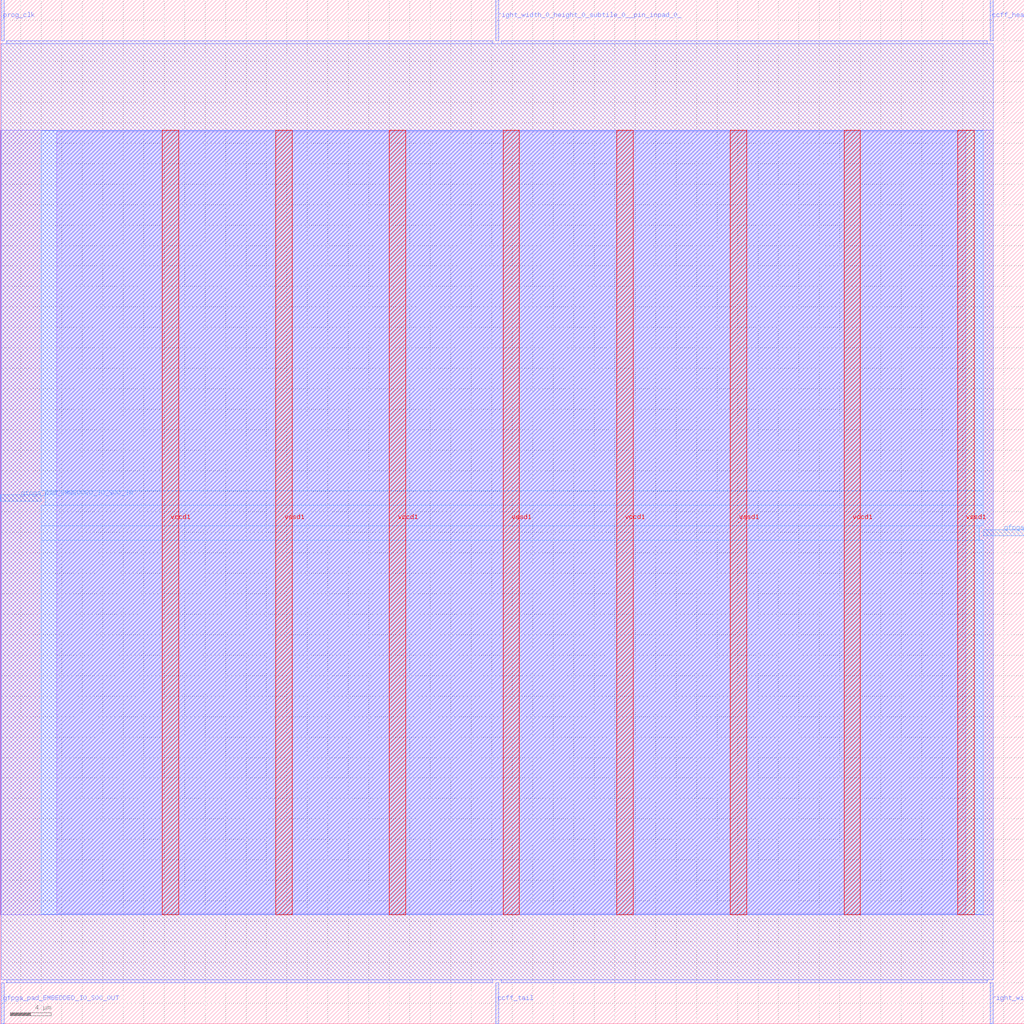
<source format=lef>
VERSION 5.7 ;
  NOWIREEXTENSIONATPIN ON ;
  DIVIDERCHAR "/" ;
  BUSBITCHARS "[]" ;
MACRO grid_io_left_left
  CLASS BLOCK ;
  FOREIGN grid_io_left_left ;
  ORIGIN 0.000 0.000 ;
  SIZE 100.000 BY 100.000 ;
  PIN ccff_head
    PORT
      LAYER met2 ;
        RECT 96.690 96.000 96.970 100.000 ;
    END
  END ccff_head
  PIN ccff_tail
    PORT
      LAYER met2 ;
        RECT 48.390 0.000 48.670 4.000 ;
    END
  END ccff_tail
  PIN gfpga_pad_EMBEDDED_IO_SOC_DIR
    PORT
      LAYER met3 ;
        RECT 96.000 47.640 100.000 48.240 ;
    END
  END gfpga_pad_EMBEDDED_IO_SOC_DIR
  PIN gfpga_pad_EMBEDDED_IO_SOC_IN
    PORT
      LAYER met3 ;
        RECT 0.000 51.040 4.000 51.640 ;
    END
  END gfpga_pad_EMBEDDED_IO_SOC_IN
  PIN gfpga_pad_EMBEDDED_IO_SOC_OUT
    PORT
      LAYER met2 ;
        RECT 0.090 0.000 0.370 4.000 ;
    END
  END gfpga_pad_EMBEDDED_IO_SOC_OUT
  PIN prog_clk
    PORT
      LAYER met2 ;
        RECT 0.090 96.000 0.370 100.000 ;
    END
  END prog_clk
  PIN right_width_0_height_0_subtile_0__pin_inpad_0_
    PORT
      LAYER met2 ;
        RECT 48.390 96.000 48.670 100.000 ;
    END
  END right_width_0_height_0_subtile_0__pin_inpad_0_
  PIN right_width_0_height_0_subtile_0__pin_outpad_0_
    PORT
      LAYER met2 ;
        RECT 96.690 0.000 96.970 4.000 ;
    END
  END right_width_0_height_0_subtile_0__pin_outpad_0_
  PIN vccd1
    PORT
      LAYER met4 ;
        RECT 82.400 10.640 84.000 87.280 ;
    END
    PORT
      LAYER met4 ;
        RECT 60.205 10.640 61.805 87.280 ;
    END
    PORT
      LAYER met4 ;
        RECT 38.010 10.640 39.610 87.280 ;
    END
    PORT
      LAYER met4 ;
        RECT 15.815 10.640 17.415 87.280 ;
    END
  END vccd1
  PIN vssd1
    PORT
      LAYER met4 ;
        RECT 93.495 10.640 95.095 87.280 ;
    END
    PORT
      LAYER met4 ;
        RECT 71.300 10.640 72.900 87.280 ;
    END
    PORT
      LAYER met4 ;
        RECT 49.105 10.640 50.705 87.280 ;
    END
    PORT
      LAYER met4 ;
        RECT 26.910 10.640 28.510 87.280 ;
    END
  END vssd1
  OBS
      LAYER li1 ;
        RECT 5.520 10.795 94.300 87.125 ;
      LAYER met1 ;
        RECT 0.070 10.640 96.990 87.280 ;
      LAYER met2 ;
        RECT 0.650 95.720 48.110 96.000 ;
        RECT 48.950 95.720 96.410 96.000 ;
        RECT 0.100 4.280 96.960 95.720 ;
        RECT 0.650 4.000 48.110 4.280 ;
        RECT 48.950 4.000 96.410 4.280 ;
      LAYER met3 ;
        RECT 4.000 52.040 96.000 87.205 ;
        RECT 4.400 50.640 96.000 52.040 ;
        RECT 4.000 48.640 96.000 50.640 ;
        RECT 4.000 47.240 95.600 48.640 ;
        RECT 4.000 10.715 96.000 47.240 ;
  END
END grid_io_left_left
END LIBRARY


</source>
